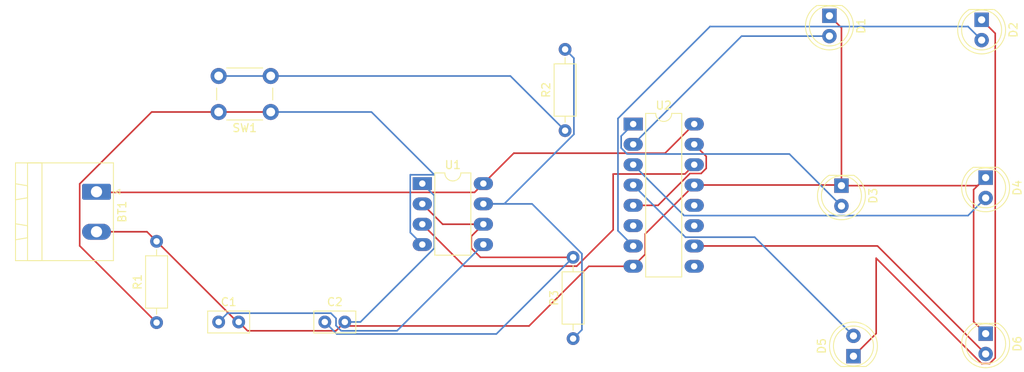
<source format=kicad_pcb>
(kicad_pcb (version 20240108) (generator "pcbnew") (generator_version "8.0")
  (layers (0 "F.Cu" signal) (31 "B.Cu" signal) (34 "B.Paste" user) (35 "F.Paste" user) (36 "B.SilkS" user "B.Silkscreen") (37 "F.SilkS" user "F.Silkscreen") (38 "B.Mask" user) (39 "F.Mask" user) (44 "Edge.Cuts" user))
  (net 0 "")
  (net 1 "Net-(BT1-+)")
  (net 2 "Earth")
  (net 3 "Net-(U1-CV)")
  (net 4 "Net-(U1-THR)")
  (net 5 "Net-(D1-A)")
  (net 6 "Net-(D2-A)")
  (net 7 "Net-(D2-K)")
  (net 8 "Net-(D3-A)")
  (net 9 "Net-(D4-A)")
  (net 10 "Net-(D5-A)")
  (net 11 "Net-(D6-A)")
  (net 12 "Net-(U1-R)")
  (net 13 "Net-(U1-DIS)")
  (net 14 "Net-(R2-Pad1)")
  (net 15 "Net-(U1-Q)")
  (net 20 "Net-(U2-Q6)")
  (footprint "LED_THT:LED_D5.0mm" (layer "F.Cu") (at 203.5 87.96 -90)
    (property "Reference" "D4" (at 1.27 -3.96 90) (layer "F.SilkS"))
    (property "Value" "LED")
    (fp_line (start -1.29 -1.545) (end -1.29 1.545) (stroke (width 0.12)) (layer "F.SilkS"))
    (fp_arc (start 4.26 -0.000462) (mid 2.072002 2.880433) (end -1.29 1.54483) (stroke (width 0.12)) (layer "F.SilkS"))
    (fp_arc (start -1.29 -1.54483) (mid 2.072002 -2.880433) (end 4.26 0.000462) (stroke (width 0.12)) (layer "F.SilkS"))
    (fp_circle (center 1.27 0) (end 3.77 0) (stroke (width 0.12)) (fill none) (layer "F.SilkS"))
    (pad "1" thru_hole rect (at 0 0 270) (size 1.8 1.8) (drill 0.9) (layers "*.Cu" "*.Mask") (net 2 "Earth"))
    (pad "2" thru_hole circle (at 2.54 0 270) (size 1.8 1.8) (drill 0.9) (layers "*.Cu" "*.Mask") (net 9 "Net-(D4-A)"))
  )
  (footprint "Capacitor_THT:C_Disc_D5.0mm_W2.5mm_P2.50mm" (layer "F.Cu") (at 121 106)
    (property "Reference" "C2" (at 1.25 -2.5 0) (layer "F.SilkS"))
    (property "Value" "0.1uF")
    (fp_line (start -1.37 -1.37) (end -1.37 1.37) (stroke (width 0.12)) (layer "F.SilkS"))
    (fp_line (start -1.37 -1.37) (end 3.87 -1.37) (stroke (width 0.12)) (layer "F.SilkS"))
    (fp_line (start -1.37 1.37) (end 3.87 1.37) (stroke (width 0.12)) (layer "F.SilkS"))
    (fp_line (start 3.87 -1.37) (end 3.87 1.37) (stroke (width 0.12)) (layer "F.SilkS"))
    (pad "1" thru_hole circle (at 0 0) (size 1.6 1.6) (drill 0.8) (layers "*.Cu" "*.Mask") (net 4 "Net-(U1-THR)"))
    (pad "2" thru_hole circle (at 2.5 0) (size 1.6 1.6) (drill 0.8) (layers "*.Cu" "*.Mask") (net 2 "Earth"))
  )
  (footprint "LED_THT:LED_D5.0mm" (layer "F.Cu") (at 185.5 88.96 -90)
    (property "Reference" "D3" (at 1.27 -3.96 90) (layer "F.SilkS"))
    (property "Value" "LED")
    (fp_line (start -1.29 -1.545) (end -1.29 1.545) (stroke (width 0.12)) (layer "F.SilkS"))
    (fp_arc (start 4.26 -0.000462) (mid 2.072002 2.880433) (end -1.29 1.54483) (stroke (width 0.12)) (layer "F.SilkS"))
    (fp_arc (start -1.29 -1.54483) (mid 2.072002 -2.880433) (end 4.26 0.000462) (stroke (width 0.12)) (layer "F.SilkS"))
    (fp_circle (center 1.27 0) (end 3.77 0) (stroke (width 0.12)) (fill none) (layer "F.SilkS"))
    (pad "1" thru_hole rect (at 0 0 270) (size 1.8 1.8) (drill 0.9) (layers "*.Cu" "*.Mask") (net 2 "Earth"))
    (pad "2" thru_hole circle (at 2.54 0 270) (size 1.8 1.8) (drill 0.9) (layers "*.Cu" "*.Mask") (net 8 "Net-(D3-A)"))
  )
  (footprint "LED_THT:LED_D5.0mm" (layer "F.Cu") (at 187 110.275 90)
    (property "Reference" "D5" (at 1.27 -3.96 90) (layer "F.SilkS"))
    (property "Value" "LED")
    (fp_line (start -1.29 -1.545) (end -1.29 1.545) (stroke (width 0.12)) (layer "F.SilkS"))
    (fp_arc (start -1.29 -1.54483) (mid 2.072002 -2.880433) (end 4.26 0.000462) (stroke (width 0.12)) (layer "F.SilkS"))
    (fp_arc (start 4.26 -0.000462) (mid 2.072002 2.880433) (end -1.29 1.54483) (stroke (width 0.12)) (layer "F.SilkS"))
    (fp_circle (center 1.27 0) (end 3.77 0) (stroke (width 0.12)) (fill none) (layer "F.SilkS"))
    (pad "1" thru_hole rect (at 0 0 90) (size 1.8 1.8) (drill 0.9) (layers "*.Cu" "*.Mask") (net 7 "Net-(D2-K)"))
    (pad "2" thru_hole circle (at 2.54 0 90) (size 1.8 1.8) (drill 0.9) (layers "*.Cu" "*.Mask") (net 10 "Net-(D5-A)"))
  )
  (footprint "Resistor_THT:R_Axial_DIN0207_L6.3mm_D2.5mm_P10.16mm_Horizontal" (layer "F.Cu") (at 152 108.08 90)
    (property "Reference" "R3" (at 5.08 -2.37 90) (layer "F.SilkS"))
    (property "Value" "100K")
    (fp_line (start 8.35 -1.37) (end 1.81 -1.37) (stroke (width 0.12)) (layer "F.SilkS"))
    (fp_line (start 1.81 -1.37) (end 1.81 1.37) (stroke (width 0.12)) (layer "F.SilkS"))
    (fp_line (start 9.12 0) (end 8.35 0) (stroke (width 0.12)) (layer "F.SilkS"))
    (fp_line (start 1.04 0) (end 1.81 0) (stroke (width 0.12)) (layer "F.SilkS"))
    (fp_line (start 8.35 1.37) (end 8.35 -1.37) (stroke (width 0.12)) (layer "F.SilkS"))
    (fp_line (start 1.81 1.37) (end 8.35 1.37) (stroke (width 0.12)) (layer "F.SilkS"))
    (pad "1" thru_hole circle (at 0 0 90) (size 1.6 1.6) (drill 0.8) (layers "*.Cu" "*.Mask") (net 13 "Net-(U1-DIS)"))
    (pad "2" thru_hole oval (at 10.16 0 90) (size 1.6 1.6) (drill 0.8) (layers "*.Cu" "*.Mask") (net 4 "Net-(U1-THR)"))
  )
  (footprint "Package_DIP:DIP-16_W7.62mm_LongPads" (layer "F.Cu") (at 159.5 81.26)
    (property "Reference" "U2" (at 3.81 -2.33 0) (layer "F.SilkS"))
    (property "Value" "4017")
    (fp_line (start 1.56 -1.33) (end 1.56 19.11) (stroke (width 0.12)) (layer "F.SilkS"))
    (fp_line (start 1.56 19.11) (end 6.06 19.11) (stroke (width 0.12)) (layer "F.SilkS"))
    (fp_line (start 2.81 -1.33) (end 1.56 -1.33) (stroke (width 0.12)) (layer "F.SilkS"))
    (fp_line (start 6.06 -1.33) (end 4.81 -1.33) (stroke (width 0.12)) (layer "F.SilkS"))
    (fp_line (start 6.06 19.11) (end 6.06 -1.33) (stroke (width 0.12)) (layer "F.SilkS"))
    (fp_arc (start 4.81 -1.33) (mid 3.81 -0.33) (end 2.81 -1.33) (stroke (width 0.12)) (layer "F.SilkS"))
    (pad "1" thru_hole rect (at 0 0) (size 2.4 1.6) (drill 0.8) (layers "*.Cu" "*.Mask") (net 8 "Net-(D3-A)"))
    (pad "2" thru_hole oval (at 0 2.54) (size 2.4 1.6) (drill 0.8) (layers "*.Cu" "*.Mask") (net 5 "Net-(D1-A)"))
    (pad "3" thru_hole oval (at 0 5.08) (size 2.4 1.6) (drill 0.8) (layers "*.Cu" "*.Mask") (net 9 "Net-(D4-A)"))
    (pad "4" thru_hole oval (at 0 7.62) (size 2.4 1.6) (drill 0.8) (layers "*.Cu" "*.Mask") (net 10 "Net-(D5-A)"))
    (pad "5" thru_hole oval (at 0 10.16) (size 2.4 1.6) (drill 0.8) (layers "*.Cu" "*.Mask") (net 20 "Net-(U2-Q6)"))
    (pad "6" thru_hole oval (at 0 12.7) (size 2.4 1.6) (drill 0.8) (layers "*.Cu" "*.Mask"))
    (pad "7" thru_hole oval (at 0 15.24) (size 2.4 1.6) (drill 0.8) (layers "*.Cu" "*.Mask") (net 6 "Net-(D2-A)"))
    (pad "8" thru_hole oval (at 0 17.78) (size 2.4 1.6) (drill 0.8) (layers "*.Cu" "*.Mask") (net 2 "Earth"))
    (pad "9" thru_hole oval (at 7.62 17.78) (size 2.4 1.6) (drill 0.8) (layers "*.Cu" "*.Mask"))
    (pad "10" thru_hole oval (at 7.62 15.24) (size 2.4 1.6) (drill 0.8) (layers "*.Cu" "*.Mask") (net 11 "Net-(D6-A)"))
    (pad "11" thru_hole oval (at 7.62 12.7) (size 2.4 1.6) (drill 0.8) (layers "*.Cu" "*.Mask"))
    (pad "12" thru_hole oval (at 7.62 10.16) (size 2.4 1.6) (drill 0.8) (layers "*.Cu" "*.Mask"))
    (pad "13" thru_hole oval (at 7.62 7.62) (size 2.4 1.6) (drill 0.8) (layers "*.Cu" "*.Mask") (net 2 "Earth"))
    (pad "14" thru_hole oval (at 7.62 5.08) (size 2.4 1.6) (drill 0.8) (layers "*.Cu" "*.Mask") (net 15 "Net-(U1-Q)"))
    (pad "15" thru_hole oval (at 7.62 2.54) (size 2.4 1.6) (drill 0.8) (layers "*.Cu" "*.Mask") (net 20 "Net-(U2-Q6)"))
    (pad "16" thru_hole oval (at 7.62 0) (size 2.4 1.6) (drill 0.8) (layers "*.Cu" "*.Mask") (net 1 "Net-(BT1-+)"))
  )
  (footprint "LED_THT:LED_D5.0mm" (layer "F.Cu") (at 203 68.225 -90)
    (property "Reference" "D2" (at 1.27 -3.96 90) (layer "F.SilkS"))
    (property "Value" "LED")
    (fp_line (start -1.29 -1.545) (end -1.29 1.545) (stroke (width 0.12)) (layer "F.SilkS"))
    (fp_arc (start 4.26 -0.000462) (mid 2.072002 2.880433) (end -1.29 1.54483) (stroke (width 0.12)) (layer "F.SilkS"))
    (fp_arc (start -1.29 -1.54483) (mid 2.072002 -2.880433) (end 4.26 0.000462) (stroke (width 0.12)) (layer "F.SilkS"))
    (fp_circle (center 1.27 0) (end 3.77 0) (stroke (width 0.12)) (fill none) (layer "F.SilkS"))
    (pad "1" thru_hole rect (at 0 0 270) (size 1.8 1.8) (drill 0.9) (layers "*.Cu" "*.Mask") (net 7 "Net-(D2-K)"))
    (pad "2" thru_hole circle (at 2.54 0 270) (size 1.8 1.8) (drill 0.9) (layers "*.Cu" "*.Mask") (net 6 "Net-(D2-A)"))
  )
  (footprint "Button_Switch_THT:SW_PUSH_6mm" (layer "F.Cu") (at 114.25 79.75 180)
    (property "Reference" "SW1" (at 3.25 -2 360) (layer "F.SilkS"))
    (property "Value" "SW_Push")
    (fp_line (start 6.75 3) (end 6.75 1.5) (stroke (width 0.12)) (layer "F.SilkS"))
    (fp_line (start 5.5 -1) (end 1 -1) (stroke (width 0.12)) (layer "F.SilkS"))
    (fp_line (start 1 5.5) (end 5.5 5.5) (stroke (width 0.12)) (layer "F.SilkS"))
    (fp_line (start -0.25 1.5) (end -0.25 3) (stroke (width 0.12)) (layer "F.SilkS"))
    (pad "1" thru_hole circle (at 0 0 270) (size 2 2) (drill 1.1) (layers "*.Cu" "*.Mask") (net 12 "Net-(U1-R)"))
    (pad "1" thru_hole circle (at 6.5 0 270) (size 2 2) (drill 1.1) (layers "*.Cu" "*.Mask") (net 12 "Net-(U1-R)"))
    (pad "2" thru_hole circle (at 0 4.5 270) (size 2 2) (drill 1.1) (layers "*.Cu" "*.Mask") (net 14 "Net-(R2-Pad1)"))
    (pad "2" thru_hole circle (at 6.5 4.5 270) (size 2 2) (drill 1.1) (layers "*.Cu" "*.Mask") (net 14 "Net-(R2-Pad1)"))
  )
  (footprint "LED_THT:LED_D5.0mm" (layer "F.Cu") (at 203.5 107.46 -90)
    (property "Reference" "D6" (at 1.27 -3.96 90) (layer "F.SilkS"))
    (property "Value" "LED")
    (fp_line (start -1.29 -1.545) (end -1.29 1.545) (stroke (width 0.12)) (layer "F.SilkS"))
    (fp_arc (start 4.26 -0.000462) (mid 2.072002 2.880433) (end -1.29 1.54483) (stroke (width 0.12)) (layer "F.SilkS"))
    (fp_arc (start -1.29 -1.54483) (mid 2.072002 -2.880433) (end 4.26 0.000462) (stroke (width 0.12)) (layer "F.SilkS"))
    (fp_circle (center 1.27 0) (end 3.77 0) (stroke (width 0.12)) (fill none) (layer "F.SilkS"))
    (pad "1" thru_hole rect (at 0 0 270) (size 1.8 1.8) (drill 0.9) (layers "*.Cu" "*.Mask") (net 2 "Earth"))
    (pad "2" thru_hole circle (at 2.54 0 270) (size 1.8 1.8) (drill 0.9) (layers "*.Cu" "*.Mask") (net 11 "Net-(D6-A)"))
  )
  (footprint "Capacitor_THT:C_Disc_D5.0mm_W2.5mm_P2.50mm" (layer "F.Cu") (at 107.75 106)
    (property "Reference" "C1" (at 1.25 -2.5 0) (layer "F.SilkS"))
    (property "Value" "1nF")
    (fp_line (start -1.37 -1.37) (end -1.37 1.37) (stroke (width 0.12)) (layer "F.SilkS"))
    (fp_line (start -1.37 -1.37) (end 3.87 -1.37) (stroke (width 0.12)) (layer "F.SilkS"))
    (fp_line (start -1.37 1.37) (end 3.87 1.37) (stroke (width 0.12)) (layer "F.SilkS"))
    (fp_line (start 3.87 -1.37) (end 3.87 1.37) (stroke (width 0.12)) (layer "F.SilkS"))
    (pad "1" thru_hole circle (at 0 0) (size 1.6 1.6) (drill 0.8) (layers "*.Cu" "*.Mask") (net 3 "Net-(U1-CV)"))
    (pad "2" thru_hole circle (at 2.5 0) (size 1.6 1.6) (drill 0.8) (layers "*.Cu" "*.Mask") (net 2 "Earth"))
  )
  (footprint "Package_DIP:DIP-8_W7.62mm_LongPads" (layer "F.Cu") (at 133.175 88.7)
    (property "Reference" "U1" (at 3.81 -2.33 0) (layer "F.SilkS"))
    (property "Value" "NE555D")
    (fp_line (start 1.56 -1.33) (end 1.56 8.95) (stroke (width 0.12)) (layer "F.SilkS"))
    (fp_line (start 1.56 8.95) (end 6.06 8.95) (stroke (width 0.12)) (layer "F.SilkS"))
    (fp_line (start 2.81 -1.33) (end 1.56 -1.33) (stroke (width 0.12)) (layer "F.SilkS"))
    (fp_line (start 6.06 -1.33) (end 4.81 -1.33) (stroke (width 0.12)) (layer "F.SilkS"))
    (fp_line (start 6.06 8.95) (end 6.06 -1.33) (stroke (width 0.12)) (layer "F.SilkS"))
    (fp_arc (start 4.81 -1.33) (mid 3.81 -0.33) (end 2.81 -1.33) (stroke (width 0.12)) (layer "F.SilkS"))
    (pad "1" thru_hole rect (at 0 0) (size 2.4 1.6) (drill 0.8) (layers "*.Cu" "*.Mask") (net 2 "Earth"))
    (pad "2" thru_hole oval (at 0 2.54) (size 2.4 1.6) (drill 0.8) (layers "*.Cu" "*.Mask") (net 4 "Net-(U1-THR)"))
    (pad "3" thru_hole oval (at 0 5.08) (size 2.4 1.6) (drill 0.8) (layers "*.Cu" "*.Mask") (net 15 "Net-(U1-Q)"))
    (pad "4" thru_hole oval (at 0 7.62) (size 2.4 1.6) (drill 0.8) (layers "*.Cu" "*.Mask") (net 12 "Net-(U1-R)"))
    (pad "5" thru_hole oval (at 7.62 7.62) (size 2.4 1.6) (drill 0.8) (layers "*.Cu" "*.Mask") (net 3 "Net-(U1-CV)"))
    (pad "6" thru_hole oval (at 7.62 5.08) (size 2.4 1.6) (drill 0.8) (layers "*.Cu" "*.Mask") (net 4 "Net-(U1-THR)"))
    (pad "7" thru_hole oval (at 7.62 2.54) (size 2.4 1.6) (drill 0.8) (layers "*.Cu" "*.Mask") (net 13 "Net-(U1-DIS)"))
    (pad "8" thru_hole oval (at 7.62 0) (size 2.4 1.6) (drill 0.8) (layers "*.Cu" "*.Mask") (net 1 "Net-(BT1-+)"))
  )
  (footprint "Resistor_THT:R_Axial_DIN0207_L6.3mm_D2.5mm_P10.16mm_Horizontal" (layer "F.Cu") (at 100 106.08 90)
    (property "Reference" "R1" (at 5.08 -2.37 90) (layer "F.SilkS"))
    (property "Value" "2.2k")
    (fp_line (start 8.35 -1.37) (end 1.81 -1.37) (stroke (width 0.12)) (layer "F.SilkS"))
    (fp_line (start 1.81 -1.37) (end 1.81 1.37) (stroke (width 0.12)) (layer "F.SilkS"))
    (fp_line (start 9.12 0) (end 8.35 0) (stroke (width 0.12)) (layer "F.SilkS"))
    (fp_line (start 1.04 0) (end 1.81 0) (stroke (width 0.12)) (layer "F.SilkS"))
    (fp_line (start 8.35 1.37) (end 8.35 -1.37) (stroke (width 0.12)) (layer "F.SilkS"))
    (fp_line (start 1.81 1.37) (end 8.35 1.37) (stroke (width 0.12)) (layer "F.SilkS"))
    (pad "1" thru_hole circle (at 0 0 90) (size 1.6 1.6) (drill 0.8) (layers "*.Cu" "*.Mask") (net 12 "Net-(U1-R)"))
    (pad "2" thru_hole oval (at 10.16 0 90) (size 1.6 1.6) (drill 0.8) (layers "*.Cu" "*.Mask") (net 2 "Earth"))
  )
  (footprint "Resistor_THT:R_Axial_DIN0207_L6.3mm_D2.5mm_P10.16mm_Horizontal" (layer "F.Cu") (at 151 82.08 90)
    (property "Reference" "R2" (at 5.08 -2.37 90) (layer "F.SilkS"))
    (property "Value" "100K")
    (fp_line (start 8.35 -1.37) (end 1.81 -1.37) (stroke (width 0.12)) (layer "F.SilkS"))
    (fp_line (start 1.81 -1.37) (end 1.81 1.37) (stroke (width 0.12)) (layer "F.SilkS"))
    (fp_line (start 9.12 0) (end 8.35 0) (stroke (width 0.12)) (layer "F.SilkS"))
    (fp_line (start 1.04 0) (end 1.81 0) (stroke (width 0.12)) (layer "F.SilkS"))
    (fp_line (start 8.35 1.37) (end 8.35 -1.37) (stroke (width 0.12)) (layer "F.SilkS"))
    (fp_line (start 1.81 1.37) (end 8.35 1.37) (stroke (width 0.12)) (layer "F.SilkS"))
    (pad "1" thru_hole circle (at 0 0 90) (size 1.6 1.6) (drill 0.8) (layers "*.Cu" "*.Mask") (net 14 "Net-(R2-Pad1)"))
    (pad "2" thru_hole oval (at 10.16 0 90) (size 1.6 1.6) (drill 0.8) (layers "*.Cu" "*.Mask") (net 13 "Net-(U1-DIS)"))
  )
  (footprint "Connector_Phoenix_MSTB:PhoenixContact_MSTBA_2,5_2-G_1x02_P5.00mm_Horizontal" (layer "F.Cu") (at 92.5 89.7225 -90)
    (property "Reference" "BT1" (at 2.5 -3.2 90) (layer "F.SilkS"))
    (property "Value" "9")
    (fp_line (start -3.61 10.11) (end 8.61 10.11) (stroke (width 0.12)) (layer "F.SilkS"))
    (fp_line (start -1 10.11) (end 1 10.11) (stroke (width 0.12)) (layer "F.SilkS"))
    (fp_line (start 1 10.11) (end 0.75 8.61) (stroke (width 0.12)) (layer "F.SilkS"))
    (fp_line (start 4 10.11) (end 6 10.11) (stroke (width 0.12)) (layer "F.SilkS"))
    (fp_line (start 6 10.11) (end 5.75 8.61) (stroke (width 0.12)) (layer "F.SilkS"))
    (fp_line (start 8.61 10.11) (end 8.61 -2.11) (stroke (width 0.12)) (layer "F.SilkS"))
    (fp_line (start -3.61 8.61) (end -3.61 6.81) (stroke (width 0.12)) (layer "F.SilkS"))
    (fp_line (start -0.75 8.61) (end -1 10.11) (stroke (width 0.12)) (layer "F.SilkS"))
    (fp_line (start 0.75 8.61) (end -0.75 8.61) (stroke (width 0.12)) (layer "F.SilkS"))
    (fp_line (start 4.25 8.61) (end 4 10.11) (stroke (width 0.12)) (layer "F.SilkS"))
    (fp_line (start 5.75 8.61) (end 4.25 8.61) (stroke (width 0.12)) (layer "F.SilkS"))
    (fp_line (start 8.61 8.61) (end -3.61 8.61) (stroke (width 0.12)) (layer "F.SilkS"))
    (fp_line (start -3.61 6.81) (end 8.61 6.81) (stroke (width 0.12)) (layer "F.SilkS"))
    (fp_line (start 8.61 6.81) (end 8.61 8.61) (stroke (width 0.12)) (layer "F.SilkS"))
    (fp_line (start -3.61 -2.11) (end -3.61 10.11) (stroke (width 0.12)) (layer "F.SilkS"))
    (fp_line (start 8.61 -2.11) (end -3.61 -2.11) (stroke (width 0.12)) (layer "F.SilkS"))
    (fp_line (start 0 -2.31) (end -0.3 -2.91) (stroke (width 0.12)) (layer "F.SilkS"))
    (fp_line (start -0.3 -2.91) (end 0.3 -2.91) (stroke (width 0.12)) (layer "F.SilkS"))
    (fp_line (start 0.3 -2.91) (end 0 -2.31) (stroke (width 0.12)) (layer "F.SilkS"))
    (pad "1" thru_hole roundrect (at 0 0 270) (size 2 3.6) (drill 1.4) (layers "*.Cu" "*.Mask") (roundrect_rratio 0.125) (net 1 "Net-(BT1-+)"))
    (pad "2" thru_hole oval (at 5 0 270) (size 2 3.6) (drill 1.4) (layers "*.Cu" "*.Mask") (net 2 "Earth"))
  )
  (footprint "LED_THT:LED_D5.0mm" (layer "F.Cu") (at 184 67.725 -90)
    (property "Reference" "D1" (at 1.27 -3.96 90) (layer "F.SilkS"))
    (property "Value" "LED")
    (fp_line (start -1.29 -1.545) (end -1.29 1.545) (stroke (width 0.12)) (layer "F.SilkS"))
    (fp_arc (start 4.26 -0.000462) (mid 2.072002 2.880433) (end -1.29 1.54483) (stroke (width 0.12)) (layer "F.SilkS"))
    (fp_arc (start -1.29 -1.54483) (mid 2.072002 -2.880433) (end 4.26 0.000462) (stroke (width 0.12)) (layer "F.SilkS"))
    (fp_circle (center 1.27 0) (end 3.77 0) (stroke (width 0.12)) (fill none) (layer "F.SilkS"))
    (pad "1" thru_hole rect (at 0 0 270) (size 1.8 1.8) (drill 0.9) (layers "*.Cu" "*.Mask") (net 2 "Earth"))
    (pad "2" thru_hole circle (at 2.54 0 270) (size 1.8 1.8) (drill 0.9) (layers "*.Cu" "*.Mask") (net 5 "Net-(D1-A)"))
  )
  (segment (start 163.48 84.9) (end 167.12 81.26) (width 0.2) (layer "F.Cu") (net 1))
  (segment (start 144.595 84.9) (end 163.48 84.9) (width 0.2) (layer "F.Cu") (net 1))
  (segment (start 92.5 89.7225) (end 92.5775 89.8) (width 0.2) (layer "F.Cu") (net 1))
  (segment (start 139.695 89.8) (end 140.795 88.7) (width 0.2) (layer "F.Cu") (net 1))
  (segment (start 92.5775 89.8) (end 139.695 89.8) (width 0.2) (layer "F.Cu") (net 1))
  (segment (start 140.795 88.7) (end 144.595 84.9) (width 0.2) (layer "F.Cu") (net 1))
  (segment (start 202 89.46) (end 202 105.96) (width 0.2) (layer "F.Cu") (net 2))
  (segment (start 111.35 107.1) (end 122.4 107.1) (width 0.2) (layer "F.Cu") (net 2))
  (segment (start 161 97.54) (end 161 95) (width 0.2) (layer "F.Cu") (net 2))
  (segment (start 185.42 88.88) (end 185.5 88.96) (width 0.2) (layer "F.Cu") (net 2))
  (segment (start 123 106.5) (end 123.5 106) (width 0.2) (layer "F.Cu") (net 2))
  (segment (start 202 105.96) (end 203.5 107.46) (width 0.2) (layer "F.Cu") (net 2))
  (segment (start 185.5 88.96) (end 185.5 69.225) (width 0.2) (layer "F.Cu") (net 2))
  (segment (start 203.5 87.96) (end 202 89.46) (width 0.2) (layer "F.Cu") (net 2))
  (segment (start 110.25 106) (end 111.35 107.1) (width 0.2) (layer "F.Cu") (net 2))
  (segment (start 110.08 106) (end 110.25 106) (width 0.2) (layer "F.Cu") (net 2))
  (segment (start 159.5 99.04) (end 161 97.54) (width 0.2) (layer "F.Cu") (net 2))
  (segment (start 153.96 99.04) (end 159.5 99.04) (width 0.2) (layer "F.Cu") (net 2))
  (segment (start 185.5 69.225) (end 184 67.725) (width 0.2) (layer "F.Cu") (net 2))
  (segment (start 161 95) (end 167.12 88.88) (width 0.2) (layer "F.Cu") (net 2))
  (segment (start 202.5 88.96) (end 203.5 87.96) (width 0.2) (layer "F.Cu") (net 2))
  (segment (start 123 106.5) (end 146.5 106.5) (width 0.2) (layer "F.Cu") (net 2))
  (segment (start 92.5 94.7225) (end 98.8025 94.7225) (width 0.2) (layer "F.Cu") (net 2))
  (segment (start 92.5 94.7225) (end 92.5 94.375) (width 0.2) (layer "F.Cu") (net 2))
  (segment (start 100 95.92) (end 110.08 106) (width 0.2) (layer "F.Cu") (net 2))
  (segment (start 167.12 88.88) (end 185.42 88.88) (width 0.2) (layer "F.Cu") (net 2))
  (segment (start 98.8025 94.7225) (end 100 95.92) (width 0.2) (layer "F.Cu") (net 2))
  (segment (start 185.5 88.96) (end 202.5 88.96) (width 0.2) (layer "F.Cu") (net 2))
  (segment (start 146.5 106.5) (end 153.96 99.04) (width 0.2) (layer "F.Cu") (net 2))
  (segment (start 122.4 107.1) (end 123 106.5) (width 0.2) (layer "F.Cu") (net 2))
  (segment (start 123.5 106) (end 125.450635 106) (width 0.2) (layer "B.Cu") (net 2))
  (segment (start 125.450635 106) (end 134.675 96.775635) (width 0.2) (layer "B.Cu") (net 2))
  (segment (start 134.675 96.775635) (end 134.675 90.2) (width 0.2) (layer "B.Cu") (net 2))
  (segment (start 134.675 90.2) (end 133.175 88.7) (width 0.2) (layer "B.Cu") (net 2))
  (segment (start 108.85 104.9) (end 121.755635 104.9) (width 0.2) (layer "B.Cu") (net 3))
  (segment (start 130.015 107.1) (end 140.795 96.32) (width 0.2) (layer "B.Cu") (net 3))
  (segment (start 122.4 105.544365) (end 122.4 106.455635) (width 0.2) (layer "B.Cu") (net 3))
  (segment (start 123.044365 107.1) (end 130.015 107.1) (width 0.2) (layer "B.Cu") (net 3))
  (segment (start 122.4 106.455635) (end 123.044365 107.1) (width 0.2) (layer "B.Cu") (net 3))
  (segment (start 107.75 106) (end 108.85 104.9) (width 0.2) (layer "B.Cu") (net 3))
  (segment (start 121.755635 104.9) (end 122.4 105.544365) (width 0.2) (layer "B.Cu") (net 3))
  (segment (start 135.715 93.78) (end 133.175 91.24) (width 0.2) (layer "F.Cu") (net 4))
  (segment (start 139.295 95.28) (end 140.795 93.78) (width 0.2) (layer "F.Cu") (net 4))
  (segment (start 140.439365 97.92) (end 139.295 96.775635) (width 0.2) (layer "F.Cu") (net 4))
  (segment (start 140.795 93.78) (end 135.715 93.78) (width 0.2) (layer "F.Cu") (net 4))
  (segment (start 152 97.92) (end 140.439365 97.92) (width 0.2) (layer "F.Cu") (net 4))
  (segment (start 139.295 96.775635) (end 139.295 95.28) (width 0.2) (layer "F.Cu") (net 4))
  (segment (start 122.5 107.5) (end 142.42 107.5) (width 0.2) (layer "B.Cu") (net 4))
  (segment (start 121 106) (end 122.5 107.5) (width 0.2) (layer "B.Cu") (net 4))
  (segment (start 142.42 107.5) (end 152 97.92) (width 0.2) (layer "B.Cu") (net 4))
  (segment (start 184 70.265) (end 173.035 70.265) (width 0.2) (layer "B.Cu") (net 5))
  (segment (start 173.035 70.265) (end 159.5 83.8) (width 0.2) (layer "B.Cu") (net 5))
  (segment (start 157.6 80.56) (end 169.095 69.065) (width 0.2) (layer "B.Cu") (net 6))
  (segment (start 157.6 94.6) (end 157.6 80.56) (width 0.2) (layer "B.Cu") (net 6))
  (segment (start 169.095 69.065) (end 201.3 69.065) (width 0.2) (layer "B.Cu") (net 6))
  (segment (start 159.5 96.5) (end 157.6 94.6) (width 0.2) (layer "B.Cu") (net 6))
  (segment (start 201.3 69.065) (end 203 70.765) (width 0.2) (layer "B.Cu") (net 6))
  (segment (start 203.002943 111.2) (end 203.997057 111.2) (width 0.2) (layer "F.Cu") (net 7))
  (segment (start 189.834314 98.031371) (end 203.002943 111.2) (width 0.2) (layer "F.Cu") (net 7))
  (segment (start 204.7 110.497057) (end 204.7 69.925) (width 0.2) (layer "F.Cu") (net 7))
  (segment (start 189.834314 107.440686) (end 189.834314 98.031371) (width 0.2) (layer "F.Cu") (net 7))
  (segment (start 203.997057 111.2) (end 204.7 110.497057) (width 0.2) (layer "F.Cu") (net 7))
  (segment (start 204.7 69.925) (end 203 68.225) (width 0.2) (layer "F.Cu") (net 7))
  (segment (start 187 110.275) (end 189.834314 107.440686) (width 0.2) (layer "F.Cu") (net 7))
  (segment (start 158 84.255635) (end 158.744365 85) (width 0.2) (layer "B.Cu") (net 8))
  (segment (start 158 82.76) (end 158 84.255635) (width 0.2) (layer "B.Cu") (net 8))
  (segment (start 159.5 81.26) (end 158 82.76) (width 0.2) (layer "B.Cu") (net 8))
  (segment (start 158.744365 85) (end 179 85) (width 0.2) (layer "B.Cu") (net 8))
  (segment (start 179 85) (end 185.5 91.5) (width 0.2) (layer "B.Cu") (net 8))
  (segment (start 201.3 92.7) (end 203.5 90.5) (width 0.2) (layer "B.Cu") (net 9))
  (segment (start 159.5 86.34) (end 165.86 92.7) (width 0.2) (layer "B.Cu") (net 9))
  (segment (start 165.86 92.7) (end 201.3 92.7) (width 0.2) (layer "B.Cu") (net 9))
  (segment (start 166.02 95.4) (end 174.665 95.4) (width 0.2) (layer "B.Cu") (net 10))
  (segment (start 159.5 88.88) (end 166.02 95.4) (width 0.2) (layer "B.Cu") (net 10))
  (segment (start 174.665 95.4) (end 187 107.735) (width 0.2) (layer "B.Cu") (net 10))
  (segment (start 190 96.5) (end 203.5 110) (width 0.2) (layer "F.Cu") (net 11))
  (segment (start 167.12 96.5) (end 190 96.5) (width 0.2) (layer "F.Cu") (net 11))
  (segment (start 100 106.08) (end 90.4 96.48) (width 0.2) (layer "F.Cu") (net 12))
  (segment (start 90.4 88.737756) (end 99.387756 79.75) (width 0.2) (layer "F.Cu") (net 12))
  (segment (start 99.387756 79.75) (end 107.75 79.75) (width 0.2) (layer "F.Cu") (net 12))
  (segment (start 90.4 96.48) (end 90.4 88.737756) (width 0.2) (layer "F.Cu") (net 12))
  (segment (start 107.75 79.75) (end 114.25 79.75) (width 0.2) (layer "F.Cu") (net 12))
  (segment (start 126.825 79.75) (end 134.675 87.6) (width 0.2) (layer "B.Cu") (net 12))
  (segment (start 131.675 87.6) (end 131.675 94.82) (width 0.2) (layer "B.Cu") (net 12))
  (segment (start 114.25 79.75) (end 126.825 79.75) (width 0.2) (layer "B.Cu") (net 12))
  (segment (start 131.675 94.82) (end 133.175 96.32) (width 0.2) (layer "B.Cu") (net 12))
  (segment (start 134.675 87.6) (end 131.675 87.6) (width 0.2) (layer "B.Cu") (net 12))
  (segment (start 146.875635 91.24) (end 140.795 91.24) (width 0.2) (layer "B.Cu") (net 13))
  (segment (start 153.1 106.98) (end 153.1 97.464365) (width 0.2) (layer "B.Cu") (net 13))
  (segment (start 152 108.08) (end 153.1 106.98) (width 0.2) (layer "B.Cu") (net 13))
  (segment (start 152.1 73.02) (end 151 71.92) (width 0.2) (layer "B.Cu") (net 13))
  (segment (start 140.795 91.24) (end 143.395635 91.24) (width 0.2) (layer "B.Cu") (net 13))
  (segment (start 152.1 82.535635) (end 152.1 73.02) (width 0.2) (layer "B.Cu") (net 13))
  (segment (start 143.395635 91.24) (end 152.1 82.535635) (width 0.2) (layer "B.Cu") (net 13))
  (segment (start 153.1 97.464365) (end 146.875635 91.24) (width 0.2) (layer "B.Cu") (net 13))
  (segment (start 107.75 75.25) (end 114.25 75.25) (width 0.2) (layer "B.Cu") (net 14))
  (segment (start 144.17 75.25) (end 151 82.08) (width 0.2) (layer "B.Cu") (net 14))
  (segment (start 114.25 75.25) (end 144.17 75.25) (width 0.2) (layer "B.Cu") (net 14))
  (segment (start 157 87.5) (end 165.96 87.5) (width 0.2) (layer "F.Cu") (net 15))
  (segment (start 133.175 93.78) (end 138.415 99.02) (width 0.2) (layer "F.Cu") (net 15))
  (segment (start 165.96 87.5) (end 167.12 86.34) (width 0.2) (layer "F.Cu") (net 15))
  (segment (start 152.455635 99.02) (end 157 94.475635) (width 0.2) (layer "F.Cu") (net 15))
  (segment (start 157 94.475635) (end 157 87.5) (width 0.2) (layer "F.Cu") (net 15))
  (segment (start 138.415 99.02) (end 152.455635 99.02) (width 0.2) (layer "F.Cu") (net 15))
  (segment (start 159.5 91.42) (end 162.605685 91.42) (width 0.2) (layer "F.Cu") (net 20))
  (segment (start 166.585685 87.44) (end 167.975635 87.44) (width 0.2) (layer "F.Cu") (net 20))
  (segment (start 167.975635 87.44) (end 168.62 86.795635) (width 0.2) (layer "F.Cu") (net 20))
  (segment (start 168.62 85.3) (end 167.12 83.8) (width 0.2) (layer "F.Cu") (net 20))
  (segment (start 162.605685 91.42) (end 166.585685 87.44) (width 0.2) (layer "F.Cu") (net 20))
  (segment (start 168.62 86.795635) (end 168.62 85.3) (width 0.2) (layer "F.Cu") (net 20))
)
</source>
